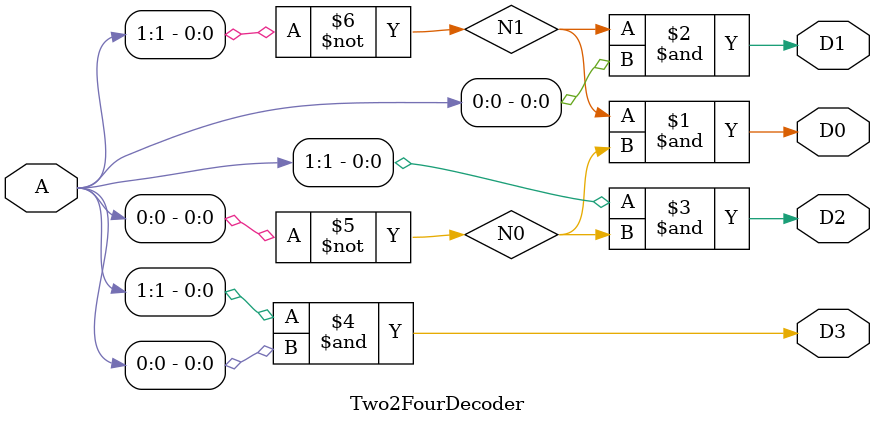
<source format=v>
`timescale 1ns / 1ps



module Two2FourDecoder(
       input [1:0] A,
       output D0,
       output D1,
       output D2,
       output D3
    );
    wire N0, N1;
    
     not n1(N0, A[0]);
     not n2(N1, A[1]);
     
     and a1(D0, N1, N0); //00
     and a2(D1, N1, A[0]);//01
     and a3(D2, A[1], N0); //10
     and a4(D3, A[1], A[0]); //11
    
endmodule


</source>
